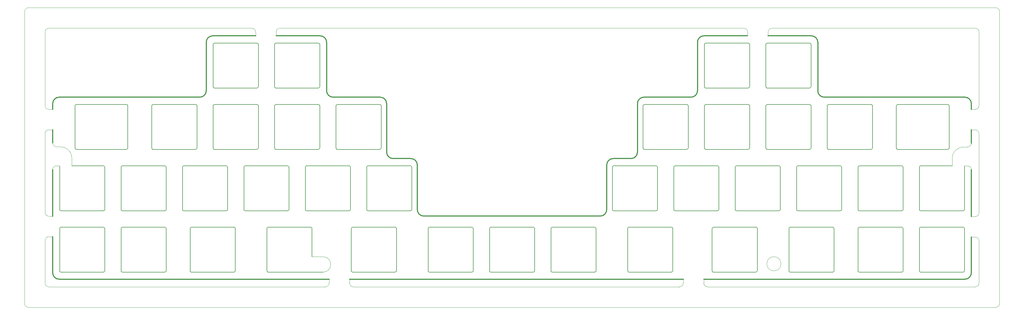
<source format=gm1>
G04 #@! TF.GenerationSoftware,KiCad,Pcbnew,7.0.1-0*
G04 #@! TF.CreationDate,2023-04-15T21:15:36+09:00*
G04 #@! TF.ProjectId,Sandy_Plate_Base,53616e64-795f-4506-9c61-74655f426173,v.0*
G04 #@! TF.SameCoordinates,Original*
G04 #@! TF.FileFunction,Profile,NP*
%FSLAX46Y46*%
G04 Gerber Fmt 4.6, Leading zero omitted, Abs format (unit mm)*
G04 Created by KiCad (PCBNEW 7.0.1-0) date 2023-04-15 21:15:36*
%MOMM*%
%LPD*%
G01*
G04 APERTURE LIST*
G04 #@! TA.AperFunction,Profile*
%ADD10C,0.120000*%
G04 #@! TD*
G04 #@! TA.AperFunction,Profile*
%ADD11C,0.100000*%
G04 #@! TD*
G04 #@! TA.AperFunction,Profile*
%ADD12C,0.300000*%
G04 #@! TD*
G04 #@! TA.AperFunction,Profile*
%ADD13C,0.200000*%
G04 #@! TD*
%ADD14C,0.200000*%
G04 APERTURE END LIST*
D10*
X8755309Y-113665905D02*
X8756720Y-120015905D01*
D11*
X8755309Y-113665905D02*
X8769220Y-29384655D01*
X15091095Y-58562655D02*
X15105309Y-36925280D01*
D10*
X15105309Y-35734655D02*
X15105309Y-36925280D01*
D11*
X15105309Y-91742796D02*
X15091095Y-67293905D01*
X15105309Y-112475280D02*
X15105309Y-100474046D01*
D10*
X15106720Y-113665905D02*
X15106720Y-112475280D01*
X16281720Y-59753280D02*
X17472345Y-59753280D01*
X16281720Y-66103280D02*
X17472345Y-66103280D01*
X16295934Y-34544030D02*
X79244223Y-34544027D01*
X16295934Y-92933421D02*
X17486559Y-92933421D01*
X16295934Y-99283421D02*
X17486559Y-99283421D01*
X16297345Y-114856530D02*
X102031720Y-114856530D01*
D12*
X17472345Y-59753280D02*
X17472345Y-57975280D01*
X17472345Y-70194030D02*
X17472345Y-66103280D01*
X17472345Y-110475280D02*
X17486559Y-99283421D01*
X17486559Y-92933421D02*
X17472345Y-78442867D01*
D10*
X18662970Y-71384655D02*
X19853595Y-71384655D01*
X18662970Y-77252242D02*
X19647464Y-77252242D01*
D12*
X19472345Y-55975280D02*
X63109845Y-55975280D01*
D13*
X19647393Y-96800406D02*
X19647393Y-109800234D01*
X19647464Y-77252242D02*
X19647393Y-90750234D01*
X20147278Y-91250473D02*
X33147460Y-91250473D01*
X20147278Y-110300473D02*
X33147460Y-110300473D01*
D10*
X23425470Y-74956530D02*
X23425470Y-77250169D01*
D13*
X24409845Y-58700406D02*
X24409845Y-71700234D01*
X24909730Y-72200471D02*
X40291210Y-72200473D01*
X33147460Y-77250169D02*
X23425470Y-77250169D01*
X33147460Y-96300169D02*
X20147278Y-96300169D01*
X33647345Y-90750234D02*
X33647345Y-77750406D01*
X33647345Y-109800234D02*
X33647345Y-96800406D01*
X38697393Y-77750406D02*
X38697393Y-90750234D01*
X38697393Y-96800406D02*
X38697393Y-109800234D01*
X39197278Y-91250473D02*
X52197460Y-91250473D01*
X39197278Y-110300473D02*
X52197460Y-110300473D01*
X40291210Y-58200169D02*
X24909730Y-58200167D01*
X40791095Y-71700234D02*
X40791095Y-58700406D01*
X48222393Y-58700406D02*
X48222393Y-71700234D01*
X48722278Y-72200473D02*
X61722460Y-72200473D01*
X52197460Y-77250169D02*
X39197278Y-77250169D01*
X52197460Y-96300169D02*
X39197278Y-96300169D01*
X52697345Y-90750234D02*
X52697345Y-77750406D01*
X52697345Y-109800234D02*
X52697345Y-96800406D01*
X57747393Y-77750406D02*
X57747393Y-90750234D01*
X58247278Y-91250473D02*
X71247460Y-91250473D01*
X60128643Y-96800406D02*
X60128643Y-109800234D01*
X60628528Y-110300473D02*
X73628710Y-110300473D01*
X61722460Y-58200169D02*
X48722278Y-58200169D01*
X62222345Y-71700234D02*
X62222345Y-58700406D01*
D12*
X65109845Y-38925280D02*
X65109845Y-53975280D01*
X67109845Y-36925280D02*
X80434848Y-36925277D01*
D13*
X67272393Y-39650406D02*
X67272393Y-52650234D01*
X67272393Y-58700406D02*
X67272393Y-71700234D01*
X67772278Y-53150473D02*
X80772460Y-53150473D01*
X67772278Y-72200473D02*
X80772460Y-72200473D01*
X71247460Y-77250169D02*
X58247278Y-77250169D01*
X71747345Y-90750234D02*
X71747345Y-77750406D01*
X73628710Y-96300169D02*
X60628528Y-96300169D01*
X74128595Y-109800234D02*
X74128595Y-96800406D01*
X76797393Y-77750406D02*
X76797393Y-90750234D01*
X77297278Y-91250473D02*
X90297460Y-91250473D01*
D10*
X80434848Y-35734652D02*
X80434848Y-36925277D01*
D13*
X80772460Y-39150169D02*
X67772278Y-39150169D01*
X80772460Y-58200169D02*
X67772278Y-58200169D01*
X81272345Y-52650234D02*
X81272345Y-39650406D01*
X81272345Y-71700234D02*
X81272345Y-58700406D01*
X83941143Y-96800406D02*
X83941143Y-109800234D01*
X84441028Y-110300473D02*
X101327345Y-110300473D01*
X86322393Y-39650406D02*
X86322393Y-52650234D01*
X86322393Y-58700406D02*
X86322393Y-71700234D01*
D10*
X86784848Y-35734652D02*
X86784848Y-36925277D01*
D12*
X86784848Y-36925277D02*
X100447345Y-36925280D01*
D13*
X86822278Y-53150473D02*
X99822460Y-53150473D01*
X86822278Y-72200473D02*
X99822460Y-72200473D01*
D10*
X87975473Y-34544027D02*
X231881870Y-34544030D01*
D13*
X90297460Y-77250169D02*
X77297278Y-77250169D01*
X90797345Y-90750234D02*
X90797345Y-77750406D01*
X95847393Y-77750406D02*
X95847393Y-90750234D01*
X96347278Y-91250473D02*
X109347460Y-91250473D01*
X97441210Y-96300169D02*
X84441028Y-96300169D01*
X97941095Y-105500035D02*
X97941095Y-96800406D01*
X99822460Y-39150169D02*
X86822278Y-39150169D01*
X99822460Y-58200169D02*
X86822278Y-58200169D01*
X100322345Y-52650234D02*
X100322345Y-39650406D01*
X100322345Y-71700234D02*
X100322345Y-58700406D01*
D10*
X101327345Y-105500035D02*
X97941095Y-105500035D01*
D12*
X102447345Y-38925280D02*
X102447345Y-53975280D01*
X103222345Y-112475280D02*
X19472345Y-112475280D01*
D10*
X103222345Y-113665905D02*
X103222345Y-112475280D01*
D12*
X104447345Y-55975280D02*
X119069220Y-55975280D01*
D13*
X105372393Y-58700406D02*
X105372393Y-71700234D01*
X105872278Y-72200473D02*
X118872460Y-72200473D01*
X109347460Y-77250169D02*
X96347278Y-77250169D01*
D10*
X109572345Y-113665905D02*
X109572345Y-112475280D01*
D13*
X109847345Y-90750234D02*
X109847345Y-77750406D01*
X110134845Y-96800253D02*
X110134845Y-109800081D01*
X110634730Y-110300320D02*
X123634912Y-110300320D01*
D10*
X110762970Y-114856530D02*
X211918595Y-114846016D01*
D13*
X114897393Y-77750406D02*
X114897393Y-90750234D01*
X115397278Y-91250473D02*
X128397460Y-91250473D01*
X118872460Y-58200169D02*
X105872278Y-58200169D01*
X119372345Y-71700234D02*
X119372345Y-58700406D01*
D12*
X121069220Y-57975280D02*
X121069220Y-73025280D01*
X123069220Y-75025280D02*
X128594220Y-75025280D01*
D13*
X123634912Y-96300016D02*
X110634730Y-96300016D01*
X124134797Y-109800081D02*
X124134797Y-96800253D01*
X128397460Y-77250169D02*
X115397278Y-77250169D01*
X128897345Y-90750234D02*
X128897345Y-77750406D01*
D12*
X130594220Y-77025280D02*
X130594220Y-90884655D01*
D13*
X133947393Y-96800406D02*
X133947393Y-109800234D01*
X134447278Y-110300473D02*
X147447460Y-110300473D01*
X147447460Y-96300169D02*
X134447278Y-96300169D01*
X147947345Y-109800234D02*
X147947345Y-96800406D01*
X152997393Y-96800406D02*
X152997393Y-109800234D01*
X153497278Y-110300473D02*
X166497460Y-110300473D01*
X166497460Y-96300169D02*
X153497278Y-96300169D01*
X166997345Y-109800234D02*
X166997345Y-96800406D01*
X172047393Y-96800406D02*
X172047393Y-109800234D01*
X172547278Y-110300473D02*
X185547460Y-110300473D01*
X185547460Y-96300169D02*
X172547278Y-96300169D01*
X186047345Y-109800234D02*
X186047345Y-96800406D01*
D12*
X187350470Y-92884655D02*
X132594220Y-92884655D01*
X189350470Y-77025280D02*
X189350470Y-90884655D01*
D13*
X191097393Y-77750406D02*
X191097393Y-90750234D01*
X191597278Y-91250473D02*
X204597460Y-91250473D01*
X195859845Y-96800253D02*
X195859845Y-109800081D01*
X196359730Y-110300320D02*
X209359912Y-110300320D01*
D12*
X196875470Y-75025280D02*
X191350470Y-75025280D01*
X198875470Y-57975280D02*
X198875470Y-73025280D01*
D13*
X200622393Y-58700406D02*
X200622393Y-71700234D01*
X201122278Y-72200473D02*
X214122460Y-72200473D01*
X204597460Y-77250169D02*
X191597278Y-77250169D01*
X205097345Y-90750234D02*
X205097345Y-77750406D01*
X209359912Y-96300016D02*
X196359730Y-96300016D01*
X209859797Y-109800081D02*
X209859797Y-96800253D01*
X210147393Y-77750406D02*
X210147393Y-90750234D01*
X210647278Y-91250473D02*
X223647460Y-91250473D01*
D12*
X213109220Y-112464766D02*
X109572345Y-112475280D01*
D10*
X213109220Y-113655391D02*
X213109220Y-112464766D01*
D13*
X214122460Y-58200169D02*
X201122278Y-58200169D01*
X214622345Y-71700234D02*
X214622345Y-58700406D01*
D12*
X215497345Y-55975280D02*
X200875470Y-55975280D01*
X217497345Y-38925280D02*
X217497345Y-53975280D01*
D10*
X219459220Y-113655391D02*
X219459220Y-112464766D01*
D13*
X219672393Y-39650406D02*
X219672393Y-52650234D01*
X219672393Y-58700406D02*
X219672393Y-71700234D01*
X220172278Y-53150473D02*
X233172460Y-53150473D01*
X220172278Y-72200473D02*
X233172460Y-72200473D01*
D10*
X220649845Y-114846016D02*
X303662970Y-114856530D01*
D13*
X222053643Y-96800406D02*
X222053643Y-109800234D01*
X222553528Y-110300473D02*
X235553710Y-110300473D01*
X223647460Y-77250169D02*
X210647278Y-77250169D01*
X224147345Y-90750234D02*
X224147345Y-77750406D01*
X229197393Y-77750406D02*
X229197393Y-90750234D01*
X229697278Y-91250473D02*
X242697460Y-91250473D01*
D10*
X233072495Y-35734655D02*
X233072495Y-36925280D01*
D12*
X233072495Y-36925280D02*
X219497345Y-36925280D01*
D13*
X233172460Y-39150169D02*
X220172278Y-39150169D01*
X233172460Y-58200169D02*
X220172278Y-58200169D01*
X233672345Y-52650234D02*
X233672345Y-39650406D01*
X233672345Y-71700234D02*
X233672345Y-58700406D01*
X235553710Y-96300169D02*
X222553528Y-96300169D01*
X236053595Y-109800234D02*
X236053595Y-96800406D01*
X238722393Y-39650406D02*
X238722393Y-52650234D01*
X238722393Y-58700406D02*
X238722393Y-71700234D01*
X239222278Y-53150473D02*
X252222460Y-53150473D01*
X239222278Y-72200473D02*
X252222460Y-72200473D01*
D10*
X239422495Y-35734655D02*
X239422495Y-36925280D01*
X240613120Y-34544030D02*
X303662970Y-34544030D01*
D13*
X242697460Y-77250169D02*
X229697278Y-77250169D01*
X243197345Y-90750234D02*
X243197345Y-77750406D01*
X245866143Y-96800406D02*
X245866143Y-109800234D01*
X246366028Y-110300473D02*
X259366210Y-110300473D01*
X248247393Y-77750406D02*
X248247393Y-90750234D01*
X248747278Y-91250473D02*
X261747460Y-91250473D01*
X252222460Y-39150169D02*
X239222278Y-39150169D01*
X252222460Y-58200169D02*
X239222278Y-58200169D01*
X252722345Y-52650234D02*
X252722345Y-39650406D01*
X252722345Y-71700234D02*
X252722345Y-58700406D01*
D12*
X252834845Y-36925280D02*
X239422495Y-36925280D01*
X254834845Y-38925280D02*
X254834845Y-53975280D01*
D13*
X257772393Y-58700406D02*
X257772393Y-71700234D01*
X258272278Y-72200473D02*
X271272460Y-72200473D01*
X259366210Y-96300169D02*
X246366028Y-96300169D01*
X259866095Y-109800234D02*
X259866095Y-96800406D01*
X261747460Y-77250169D02*
X248747278Y-77250169D01*
X262247345Y-90750234D02*
X262247345Y-77750406D01*
X267297393Y-77750406D02*
X267297393Y-90750234D01*
X267297393Y-96800406D02*
X267297393Y-109800234D01*
X267797278Y-91250473D02*
X280797460Y-91250473D01*
X267797278Y-110300473D02*
X280797460Y-110300473D01*
X271272460Y-58200169D02*
X258272278Y-58200169D01*
X271772345Y-71700234D02*
X271772345Y-58700406D01*
X279203643Y-58700406D02*
X279203643Y-71700234D01*
X279703528Y-72200473D02*
X295084912Y-72200471D01*
X280797460Y-77250169D02*
X267797278Y-77250169D01*
X280797460Y-96300169D02*
X267797278Y-96300169D01*
X281297345Y-90750234D02*
X281297345Y-77750406D01*
X281297345Y-109800234D02*
X281297345Y-96800406D01*
X286347393Y-77750406D02*
X286347393Y-90750234D01*
X286347393Y-96800406D02*
X286347393Y-109800234D01*
X286847278Y-91250473D02*
X299847460Y-91250473D01*
X286847278Y-110300473D02*
X299847460Y-110300473D01*
X295084912Y-58200167D02*
X279703528Y-58200169D01*
X295584797Y-71700234D02*
X295584797Y-58700406D01*
D10*
X296519220Y-75011818D02*
X296519220Y-77250320D01*
D13*
X296519220Y-77250320D02*
X286847278Y-77250169D01*
X299847460Y-96300169D02*
X286847278Y-96300169D01*
X300347345Y-90750234D02*
X300347345Y-77307530D01*
X300347345Y-109800234D02*
X300347345Y-96800406D01*
D12*
X300472345Y-55975280D02*
X256834845Y-55975280D01*
X300472345Y-112475280D02*
X219459220Y-112464766D01*
D10*
X301281720Y-71439943D02*
X300091095Y-71439943D01*
X301281720Y-77307530D02*
X300347345Y-77307530D01*
D12*
X302472345Y-59753280D02*
X302472345Y-57975280D01*
X302472345Y-70249318D02*
X302472345Y-66103280D01*
X302472345Y-78498155D02*
X302472345Y-93029714D01*
X302472345Y-99379714D02*
X302472345Y-110475280D01*
D10*
X303662970Y-59753280D02*
X302472345Y-59753280D01*
X303662970Y-66103280D02*
X302472345Y-66103280D01*
X303662970Y-93029714D02*
X302472345Y-93029714D01*
X303662970Y-99379714D02*
X302472345Y-99379714D01*
X304853595Y-35734655D02*
X304853595Y-36925280D01*
D11*
X304853595Y-58562655D02*
X304853595Y-36925280D01*
X304853595Y-91839089D02*
X304853595Y-67293905D01*
X304853595Y-112475280D02*
X304853595Y-100570339D01*
D10*
X304853595Y-113665905D02*
X304853595Y-112475280D01*
X310012970Y-28194030D02*
X9959845Y-28194030D01*
X310012970Y-121206530D02*
X9945934Y-121206530D01*
X311203595Y-36925280D02*
X311203595Y-29384655D01*
D11*
X311203595Y-36925280D02*
X311203595Y-112475280D01*
D10*
X311203595Y-112475280D02*
X311203595Y-120015905D01*
X9959845Y-28194030D02*
G75*
G03*
X8769220Y-29384655I0J-1190625D01*
G01*
X8756720Y-120015905D02*
G75*
G03*
X9947345Y-121206530I1190625J0D01*
G01*
X16281720Y-66103280D02*
G75*
G03*
X15091095Y-67293905I0J-1190625D01*
G01*
X16295934Y-34544030D02*
G75*
G03*
X15105309Y-35734655I0J-1190625D01*
G01*
X16295934Y-99283421D02*
G75*
G03*
X15105309Y-100474046I0J-1190625D01*
G01*
X15091095Y-58562655D02*
G75*
G03*
X16281720Y-59753280I1190625J0D01*
G01*
X15105309Y-91742796D02*
G75*
G03*
X16295934Y-92933421I1190625J0D01*
G01*
X15106720Y-113665905D02*
G75*
G03*
X16297345Y-114856530I1190581J-44D01*
G01*
D12*
X19472345Y-55975280D02*
G75*
G03*
X17472345Y-57975280I2J-2000002D01*
G01*
D10*
X18662970Y-77252242D02*
G75*
G03*
X17472345Y-78442867I0J-1190625D01*
G01*
X17472345Y-70194030D02*
G75*
G03*
X18662970Y-71384655I1190625J0D01*
G01*
D12*
X17472345Y-110475280D02*
G75*
G03*
X19472345Y-112475280I1999999J-1D01*
G01*
D10*
X23425470Y-74956530D02*
G75*
G03*
X19853595Y-71384655I-3571875J0D01*
G01*
D12*
X67109845Y-36925280D02*
G75*
G03*
X65109845Y-38925280I2J-2000002D01*
G01*
X63109845Y-55975280D02*
G75*
G03*
X65109845Y-53975280I-2J2000002D01*
G01*
D10*
X80434848Y-35734652D02*
G75*
G03*
X79244223Y-34544027I-1190622J3D01*
G01*
X87975473Y-34544027D02*
G75*
G03*
X86784848Y-35734652I3J-1190628D01*
G01*
D12*
X102447345Y-38925280D02*
G75*
G03*
X100447345Y-36925280I-2000002J-2D01*
G01*
D10*
X101327345Y-110300911D02*
G75*
G03*
X101327345Y-105500035I0J2400438D01*
G01*
X102031720Y-114856530D02*
G75*
G03*
X103222345Y-113665905I-3J1190628D01*
G01*
D12*
X102447345Y-53975280D02*
G75*
G03*
X104447345Y-55975280I2000002J2D01*
G01*
D10*
X109572345Y-113665905D02*
G75*
G03*
X110762970Y-114856530I1190622J-3D01*
G01*
D12*
X121069220Y-57975280D02*
G75*
G03*
X119069220Y-55975280I-2000002J-2D01*
G01*
X121069220Y-73025280D02*
G75*
G03*
X123069220Y-75025280I2000002J2D01*
G01*
X130594220Y-77025280D02*
G75*
G03*
X128594220Y-75025280I-2000002J-2D01*
G01*
X130594220Y-90884655D02*
G75*
G03*
X132594220Y-92884655I2000002J2D01*
G01*
X191350470Y-75025275D02*
G75*
G03*
X189350470Y-77025280I5J-2000005D01*
G01*
X187350470Y-92884655D02*
G75*
G03*
X189350470Y-90884655I5J1999995D01*
G01*
X200875470Y-55975275D02*
G75*
G03*
X198875470Y-57975280I5J-2000005D01*
G01*
X196875470Y-75025285D02*
G75*
G03*
X198875470Y-73025280I-5J2000005D01*
G01*
D10*
X211918595Y-114845995D02*
G75*
G03*
X213109220Y-113655391I50J1190575D01*
G01*
D12*
X219497345Y-36925280D02*
G75*
G03*
X217497345Y-38925280I0J-2000000D01*
G01*
X215497345Y-55975280D02*
G75*
G03*
X217497345Y-53975280I0J2000000D01*
G01*
D10*
X219459249Y-113655391D02*
G75*
G03*
X220649845Y-114846016I1190596J-29D01*
G01*
X233072535Y-35734655D02*
G75*
G03*
X231881870Y-34544030I-1190690J-65D01*
G01*
X240613120Y-34544070D02*
G75*
G03*
X239422495Y-35734655I-75J-1190550D01*
G01*
D12*
X254834885Y-38925280D02*
G75*
G03*
X252834845Y-36925280I-2000040J-40D01*
G01*
X254834885Y-53975280D02*
G75*
G03*
X256834845Y-55975280I1999960J-40D01*
G01*
D10*
X300091095Y-71439895D02*
G75*
G03*
X296519220Y-75011818I50J-3571925D01*
G01*
D12*
X302472385Y-57975280D02*
G75*
G03*
X300472345Y-55975280I-2000040J-40D01*
G01*
D10*
X302472335Y-78498155D02*
G75*
G03*
X301281720Y-77307530I-1190590J35D01*
G01*
X301281720Y-71439920D02*
G75*
G03*
X302472345Y-70249318I25J1190600D01*
G01*
D12*
X300472345Y-112475320D02*
G75*
G03*
X302472345Y-110475280I0J2000000D01*
G01*
D10*
X304853635Y-35734655D02*
G75*
G03*
X303662970Y-34544030I-1190690J-65D01*
G01*
X304853585Y-67293905D02*
G75*
G03*
X303662970Y-66103280I-1190640J-15D01*
G01*
X304853551Y-100570339D02*
G75*
G03*
X303662970Y-99379714I-1190606J19D01*
G01*
X303662970Y-59753270D02*
G75*
G03*
X304853595Y-58562655I-25J1190650D01*
G01*
X303662970Y-93029670D02*
G75*
G03*
X304853595Y-91839089I-125J1190750D01*
G01*
X303662970Y-114856470D02*
G75*
G03*
X304853595Y-113665905I75J1190550D01*
G01*
X311203635Y-29384655D02*
G75*
G03*
X310012970Y-28194030I-1190690J-65D01*
G01*
X310012970Y-121206470D02*
G75*
G03*
X311203595Y-120015905I75J1190550D01*
G01*
X243417476Y-107700280D02*
G75*
G03*
X243417476Y-107700280I-2200131J0D01*
G01*
D14*
X19647393Y-90750234D02*
X19697023Y-90966317D01*
X19830123Y-91135656D01*
X20023006Y-91234612D01*
X20147278Y-91250473D01*
X19647393Y-109800234D02*
X19697023Y-110016317D01*
X19830123Y-110185656D01*
X20023006Y-110284612D01*
X20147278Y-110300473D01*
X20147278Y-96300169D02*
X19931416Y-96349807D01*
X19762179Y-96482961D01*
X19663252Y-96675994D01*
X19647393Y-96800406D01*
X24409845Y-71700234D02*
X24459475Y-71916317D01*
X24592575Y-72085655D01*
X24785458Y-72184610D01*
X24909730Y-72200471D01*
X24909730Y-58200167D02*
X24693868Y-58249805D01*
X24524631Y-58382961D01*
X24425704Y-58575993D01*
X24409845Y-58700406D01*
X33147460Y-91250473D02*
X33363321Y-91200834D01*
X33532558Y-91067678D01*
X33631485Y-90874646D01*
X33647345Y-90750234D01*
X33147460Y-110300473D02*
X33363321Y-110250834D01*
X33532558Y-110117678D01*
X33631485Y-109924646D01*
X33647345Y-109800234D01*
X33647345Y-77750406D02*
X33597714Y-77534322D01*
X33464614Y-77364984D01*
X33271731Y-77266029D01*
X33147460Y-77250169D01*
X33647345Y-96800406D02*
X33597714Y-96584322D01*
X33464614Y-96414984D01*
X33271731Y-96316029D01*
X33147460Y-96300169D01*
X38697393Y-90750234D02*
X38747023Y-90966317D01*
X38880123Y-91135656D01*
X39073006Y-91234612D01*
X39197278Y-91250473D01*
X38697393Y-109800234D02*
X38747023Y-110016317D01*
X38880123Y-110185656D01*
X39073006Y-110284612D01*
X39197278Y-110300473D01*
X39197278Y-77250169D02*
X38981416Y-77299807D01*
X38812179Y-77432961D01*
X38713252Y-77625994D01*
X38697393Y-77750406D01*
X39197278Y-96300169D02*
X38981416Y-96349807D01*
X38812179Y-96482961D01*
X38713252Y-96675994D01*
X38697393Y-96800406D01*
X40291210Y-72200473D02*
X40507071Y-72150834D01*
X40676308Y-72017678D01*
X40775235Y-71824646D01*
X40791095Y-71700234D01*
X40791095Y-58700406D02*
X40741464Y-58484322D01*
X40608364Y-58314984D01*
X40415481Y-58216029D01*
X40291210Y-58200169D01*
X48222393Y-71700234D02*
X48272023Y-71916317D01*
X48405123Y-72085656D01*
X48598006Y-72184612D01*
X48722278Y-72200473D01*
X48722278Y-58200169D02*
X48506416Y-58249807D01*
X48337179Y-58382961D01*
X48238252Y-58575994D01*
X48222393Y-58700406D01*
X52197460Y-91250473D02*
X52413321Y-91200834D01*
X52582558Y-91067678D01*
X52681485Y-90874646D01*
X52697345Y-90750234D01*
X52197460Y-110300473D02*
X52413321Y-110250834D01*
X52582558Y-110117678D01*
X52681485Y-109924646D01*
X52697345Y-109800234D01*
X52697345Y-77750406D02*
X52647714Y-77534322D01*
X52514614Y-77364984D01*
X52321731Y-77266029D01*
X52197460Y-77250169D01*
X52697345Y-96800406D02*
X52647714Y-96584322D01*
X52514614Y-96414984D01*
X52321731Y-96316029D01*
X52197460Y-96300169D01*
X57747393Y-90750234D02*
X57797023Y-90966317D01*
X57930123Y-91135656D01*
X58123006Y-91234612D01*
X58247278Y-91250473D01*
X58247278Y-77250169D02*
X58031416Y-77299807D01*
X57862179Y-77432961D01*
X57763252Y-77625994D01*
X57747393Y-77750406D01*
X60128643Y-109800234D02*
X60178273Y-110016317D01*
X60311373Y-110185656D01*
X60504256Y-110284612D01*
X60628528Y-110300473D01*
X60628528Y-96300169D02*
X60412666Y-96349807D01*
X60243429Y-96482961D01*
X60144502Y-96675994D01*
X60128643Y-96800406D01*
X61722460Y-72200473D02*
X61938321Y-72150834D01*
X62107558Y-72017678D01*
X62206485Y-71824646D01*
X62222345Y-71700234D01*
X62222345Y-58700406D02*
X62172714Y-58484322D01*
X62039614Y-58314984D01*
X61846731Y-58216029D01*
X61722460Y-58200169D01*
X67272393Y-52650234D02*
X67322023Y-52866317D01*
X67455123Y-53035656D01*
X67648006Y-53134612D01*
X67772278Y-53150473D01*
X67272393Y-71700234D02*
X67322023Y-71916317D01*
X67455123Y-72085656D01*
X67648006Y-72184612D01*
X67772278Y-72200473D01*
X67772278Y-39150169D02*
X67556416Y-39199807D01*
X67387179Y-39332961D01*
X67288252Y-39525994D01*
X67272393Y-39650406D01*
X67772278Y-58200169D02*
X67556416Y-58249807D01*
X67387179Y-58382961D01*
X67288252Y-58575994D01*
X67272393Y-58700406D01*
X71247460Y-91250473D02*
X71463321Y-91200834D01*
X71632558Y-91067678D01*
X71731485Y-90874646D01*
X71747345Y-90750234D01*
X71747345Y-77750406D02*
X71697714Y-77534322D01*
X71564614Y-77364984D01*
X71371731Y-77266029D01*
X71247460Y-77250169D01*
X73628710Y-110300473D02*
X73844571Y-110250834D01*
X74013808Y-110117678D01*
X74112735Y-109924646D01*
X74128595Y-109800234D01*
X74128595Y-96800406D02*
X74078964Y-96584322D01*
X73945864Y-96414984D01*
X73752981Y-96316029D01*
X73628710Y-96300169D01*
X76797393Y-90750234D02*
X76847023Y-90966317D01*
X76980123Y-91135656D01*
X77173006Y-91234612D01*
X77297278Y-91250473D01*
X77297278Y-77250169D02*
X77081416Y-77299807D01*
X76912179Y-77432961D01*
X76813252Y-77625994D01*
X76797393Y-77750406D01*
X80772460Y-53150473D02*
X80988321Y-53100834D01*
X81157558Y-52967678D01*
X81256485Y-52774646D01*
X81272345Y-52650234D01*
X80772460Y-72200473D02*
X80988321Y-72150834D01*
X81157558Y-72017678D01*
X81256485Y-71824646D01*
X81272345Y-71700234D01*
X81272345Y-39650406D02*
X81222714Y-39434322D01*
X81089614Y-39264984D01*
X80896731Y-39166029D01*
X80772460Y-39150169D01*
X81272345Y-58700406D02*
X81222714Y-58484322D01*
X81089614Y-58314984D01*
X80896731Y-58216029D01*
X80772460Y-58200169D01*
X83941143Y-109800234D02*
X83990773Y-110016317D01*
X84123873Y-110185656D01*
X84316756Y-110284612D01*
X84441028Y-110300473D01*
X84441028Y-96300169D02*
X84225166Y-96349807D01*
X84055929Y-96482961D01*
X83957002Y-96675994D01*
X83941143Y-96800406D01*
X86322393Y-52650234D02*
X86372023Y-52866317D01*
X86505123Y-53035656D01*
X86698006Y-53134612D01*
X86822278Y-53150473D01*
X86322393Y-71700234D02*
X86372023Y-71916317D01*
X86505123Y-72085656D01*
X86698006Y-72184612D01*
X86822278Y-72200473D01*
X86822278Y-39150169D02*
X86606416Y-39199807D01*
X86437179Y-39332961D01*
X86338252Y-39525994D01*
X86322393Y-39650406D01*
X86822278Y-58200169D02*
X86606416Y-58249807D01*
X86437179Y-58382961D01*
X86338252Y-58575994D01*
X86322393Y-58700406D01*
X90297460Y-91250473D02*
X90513321Y-91200834D01*
X90682558Y-91067678D01*
X90781485Y-90874646D01*
X90797345Y-90750234D01*
X90797345Y-77750406D02*
X90747714Y-77534322D01*
X90614614Y-77364984D01*
X90421731Y-77266029D01*
X90297460Y-77250169D01*
X95847393Y-90750234D02*
X95897023Y-90966317D01*
X96030123Y-91135656D01*
X96223006Y-91234612D01*
X96347278Y-91250473D01*
X96347278Y-77250169D02*
X96131416Y-77299807D01*
X95962179Y-77432961D01*
X95863252Y-77625994D01*
X95847393Y-77750406D01*
X97941095Y-96800406D02*
X97891464Y-96584322D01*
X97758364Y-96414984D01*
X97565481Y-96316029D01*
X97441210Y-96300169D01*
X99822460Y-53150473D02*
X100038321Y-53100834D01*
X100207558Y-52967678D01*
X100306485Y-52774646D01*
X100322345Y-52650234D01*
X99822460Y-72200473D02*
X100038321Y-72150834D01*
X100207558Y-72017678D01*
X100306485Y-71824646D01*
X100322345Y-71700234D01*
X100322345Y-39650406D02*
X100272714Y-39434322D01*
X100139614Y-39264984D01*
X99946731Y-39166029D01*
X99822460Y-39150169D01*
X100322345Y-58700406D02*
X100272714Y-58484322D01*
X100139614Y-58314984D01*
X99946731Y-58216029D01*
X99822460Y-58200169D01*
X105372393Y-71700234D02*
X105422023Y-71916317D01*
X105555123Y-72085656D01*
X105748006Y-72184612D01*
X105872278Y-72200473D01*
X105872278Y-58200169D02*
X105656416Y-58249807D01*
X105487179Y-58382961D01*
X105388252Y-58575994D01*
X105372393Y-58700406D01*
X109347460Y-91250473D02*
X109563321Y-91200834D01*
X109732558Y-91067678D01*
X109831485Y-90874646D01*
X109847345Y-90750234D01*
X109847345Y-77750406D02*
X109797714Y-77534322D01*
X109664614Y-77364984D01*
X109471731Y-77266029D01*
X109347460Y-77250169D01*
X110134845Y-109800081D02*
X110184475Y-110016164D01*
X110317575Y-110185503D01*
X110510458Y-110284459D01*
X110634730Y-110300320D01*
X110634730Y-96300016D02*
X110418868Y-96349654D01*
X110249631Y-96482808D01*
X110150704Y-96675841D01*
X110134845Y-96800253D01*
X114897393Y-90750234D02*
X114947023Y-90966317D01*
X115080123Y-91135656D01*
X115273006Y-91234612D01*
X115397278Y-91250473D01*
X115397278Y-77250169D02*
X115181416Y-77299807D01*
X115012179Y-77432961D01*
X114913252Y-77625994D01*
X114897393Y-77750406D01*
X118872460Y-72200473D02*
X119088321Y-72150834D01*
X119257558Y-72017678D01*
X119356485Y-71824646D01*
X119372345Y-71700234D01*
X119372345Y-58700406D02*
X119322714Y-58484322D01*
X119189614Y-58314984D01*
X118996731Y-58216029D01*
X118872460Y-58200169D01*
X123634912Y-110300320D02*
X123850773Y-110250681D01*
X124020010Y-110117525D01*
X124118937Y-109924493D01*
X124134797Y-109800081D01*
X124134797Y-96800253D02*
X124085166Y-96584169D01*
X123952066Y-96414831D01*
X123759183Y-96315876D01*
X123634912Y-96300016D01*
X128397460Y-91250473D02*
X128613321Y-91200834D01*
X128782558Y-91067678D01*
X128881485Y-90874646D01*
X128897345Y-90750234D01*
X128897345Y-77750406D02*
X128847714Y-77534322D01*
X128714614Y-77364984D01*
X128521731Y-77266029D01*
X128397460Y-77250169D01*
X133947393Y-109800234D02*
X133997023Y-110016317D01*
X134130123Y-110185656D01*
X134323006Y-110284612D01*
X134447278Y-110300473D01*
X134447278Y-96300169D02*
X134231416Y-96349807D01*
X134062179Y-96482961D01*
X133963252Y-96675994D01*
X133947393Y-96800406D01*
X147447460Y-110300473D02*
X147663321Y-110250834D01*
X147832558Y-110117678D01*
X147931485Y-109924646D01*
X147947345Y-109800234D01*
X147947345Y-96800406D02*
X147897714Y-96584322D01*
X147764614Y-96414984D01*
X147571731Y-96316029D01*
X147447460Y-96300169D01*
X152997393Y-109800234D02*
X153047023Y-110016317D01*
X153180123Y-110185656D01*
X153373006Y-110284612D01*
X153497278Y-110300473D01*
X153497278Y-96300169D02*
X153281416Y-96349807D01*
X153112179Y-96482961D01*
X153013252Y-96675994D01*
X152997393Y-96800406D01*
X166497460Y-110300473D02*
X166713321Y-110250834D01*
X166882558Y-110117678D01*
X166981485Y-109924646D01*
X166997345Y-109800234D01*
X166997345Y-96800406D02*
X166947714Y-96584322D01*
X166814614Y-96414984D01*
X166621731Y-96316029D01*
X166497460Y-96300169D01*
X172047393Y-109800234D02*
X172097023Y-110016317D01*
X172230123Y-110185656D01*
X172423006Y-110284612D01*
X172547278Y-110300473D01*
X172547278Y-96300169D02*
X172331416Y-96349807D01*
X172162179Y-96482961D01*
X172063252Y-96675994D01*
X172047393Y-96800406D01*
X185547460Y-110300473D02*
X185763321Y-110250834D01*
X185932558Y-110117678D01*
X186031485Y-109924646D01*
X186047345Y-109800234D01*
X186047345Y-96800406D02*
X185997714Y-96584322D01*
X185864614Y-96414984D01*
X185671731Y-96316029D01*
X185547460Y-96300169D01*
X191097393Y-90750234D02*
X191147023Y-90966317D01*
X191280123Y-91135656D01*
X191473006Y-91234612D01*
X191597278Y-91250473D01*
X191597278Y-77250169D02*
X191381416Y-77299807D01*
X191212179Y-77432961D01*
X191113252Y-77625994D01*
X191097393Y-77750406D01*
X195859845Y-109800081D02*
X195909475Y-110016164D01*
X196042575Y-110185503D01*
X196235458Y-110284459D01*
X196359730Y-110300320D01*
X196359730Y-96300016D02*
X196143868Y-96349654D01*
X195974631Y-96482808D01*
X195875704Y-96675841D01*
X195859845Y-96800253D01*
X200622393Y-71700234D02*
X200672023Y-71916317D01*
X200805123Y-72085656D01*
X200998006Y-72184612D01*
X201122278Y-72200473D01*
X201122278Y-58200169D02*
X200906416Y-58249807D01*
X200737179Y-58382961D01*
X200638252Y-58575994D01*
X200622393Y-58700406D01*
X204597460Y-91250473D02*
X204813321Y-91200834D01*
X204982558Y-91067678D01*
X205081485Y-90874646D01*
X205097345Y-90750234D01*
X205097345Y-77750406D02*
X205047714Y-77534322D01*
X204914614Y-77364984D01*
X204721731Y-77266029D01*
X204597460Y-77250169D01*
X209359912Y-110300320D02*
X209575773Y-110250681D01*
X209745010Y-110117525D01*
X209843937Y-109924493D01*
X209859797Y-109800081D01*
X209859797Y-96800253D02*
X209810166Y-96584169D01*
X209677066Y-96414831D01*
X209484183Y-96315876D01*
X209359912Y-96300016D01*
X210147393Y-90750234D02*
X210197023Y-90966317D01*
X210330123Y-91135656D01*
X210523006Y-91234612D01*
X210647278Y-91250473D01*
X210647278Y-77250169D02*
X210431416Y-77299807D01*
X210262179Y-77432961D01*
X210163252Y-77625994D01*
X210147393Y-77750406D01*
X214122460Y-72200473D02*
X214338321Y-72150834D01*
X214507558Y-72017678D01*
X214606485Y-71824646D01*
X214622345Y-71700234D01*
X214622345Y-58700406D02*
X214572714Y-58484322D01*
X214439614Y-58314984D01*
X214246731Y-58216029D01*
X214122460Y-58200169D01*
X219672393Y-52650234D02*
X219722023Y-52866317D01*
X219855123Y-53035656D01*
X220048006Y-53134612D01*
X220172278Y-53150473D01*
X219672393Y-71700234D02*
X219722023Y-71916317D01*
X219855123Y-72085656D01*
X220048006Y-72184612D01*
X220172278Y-72200473D01*
X220172278Y-39150169D02*
X219956416Y-39199807D01*
X219787179Y-39332961D01*
X219688252Y-39525994D01*
X219672393Y-39650406D01*
X220172278Y-58200169D02*
X219956416Y-58249807D01*
X219787179Y-58382961D01*
X219688252Y-58575994D01*
X219672393Y-58700406D01*
X222053643Y-109800234D02*
X222103273Y-110016317D01*
X222236373Y-110185656D01*
X222429256Y-110284612D01*
X222553528Y-110300473D01*
X222553528Y-96300169D02*
X222337666Y-96349807D01*
X222168429Y-96482961D01*
X222069502Y-96675994D01*
X222053643Y-96800406D01*
X223647460Y-91250473D02*
X223863321Y-91200834D01*
X224032558Y-91067678D01*
X224131485Y-90874646D01*
X224147345Y-90750234D01*
X224147345Y-77750406D02*
X224097714Y-77534322D01*
X223964614Y-77364984D01*
X223771731Y-77266029D01*
X223647460Y-77250169D01*
X229197393Y-90750234D02*
X229247023Y-90966317D01*
X229380123Y-91135656D01*
X229573006Y-91234612D01*
X229697278Y-91250473D01*
X229697278Y-77250169D02*
X229481416Y-77299807D01*
X229312179Y-77432961D01*
X229213252Y-77625994D01*
X229197393Y-77750406D01*
X233172460Y-53150473D02*
X233388321Y-53100834D01*
X233557558Y-52967678D01*
X233656485Y-52774646D01*
X233672345Y-52650234D01*
X233172460Y-72200473D02*
X233388321Y-72150834D01*
X233557558Y-72017678D01*
X233656485Y-71824646D01*
X233672345Y-71700234D01*
X233672345Y-39650406D02*
X233622714Y-39434322D01*
X233489614Y-39264984D01*
X233296731Y-39166029D01*
X233172460Y-39150169D01*
X233672345Y-58700406D02*
X233622714Y-58484322D01*
X233489614Y-58314984D01*
X233296731Y-58216029D01*
X233172460Y-58200169D01*
X235553710Y-110300473D02*
X235769571Y-110250834D01*
X235938808Y-110117678D01*
X236037735Y-109924646D01*
X236053595Y-109800234D01*
X236053595Y-96800406D02*
X236003964Y-96584322D01*
X235870864Y-96414984D01*
X235677981Y-96316029D01*
X235553710Y-96300169D01*
X238722393Y-52650234D02*
X238772023Y-52866317D01*
X238905123Y-53035656D01*
X239098006Y-53134612D01*
X239222278Y-53150473D01*
X238722393Y-71700234D02*
X238772023Y-71916317D01*
X238905123Y-72085656D01*
X239098006Y-72184612D01*
X239222278Y-72200473D01*
X239222278Y-39150169D02*
X239006416Y-39199807D01*
X238837179Y-39332961D01*
X238738252Y-39525994D01*
X238722393Y-39650406D01*
X239222278Y-58200169D02*
X239006416Y-58249807D01*
X238837179Y-58382961D01*
X238738252Y-58575994D01*
X238722393Y-58700406D01*
X242697460Y-91250473D02*
X242913321Y-91200834D01*
X243082558Y-91067678D01*
X243181485Y-90874646D01*
X243197345Y-90750234D01*
X243197345Y-77750406D02*
X243147714Y-77534322D01*
X243014614Y-77364984D01*
X242821731Y-77266029D01*
X242697460Y-77250169D01*
X245866143Y-109800234D02*
X245915773Y-110016317D01*
X246048873Y-110185656D01*
X246241756Y-110284612D01*
X246366028Y-110300473D01*
X246366028Y-96300169D02*
X246150166Y-96349807D01*
X245980929Y-96482961D01*
X245882002Y-96675994D01*
X245866143Y-96800406D01*
X248247393Y-90750234D02*
X248297023Y-90966317D01*
X248430123Y-91135656D01*
X248623006Y-91234612D01*
X248747278Y-91250473D01*
X248747278Y-77250169D02*
X248531416Y-77299807D01*
X248362179Y-77432961D01*
X248263252Y-77625994D01*
X248247393Y-77750406D01*
X252222460Y-53150473D02*
X252438321Y-53100834D01*
X252607558Y-52967678D01*
X252706485Y-52774646D01*
X252722345Y-52650234D01*
X252222460Y-72200473D02*
X252438321Y-72150834D01*
X252607558Y-72017678D01*
X252706485Y-71824646D01*
X252722345Y-71700234D01*
X252722345Y-39650406D02*
X252672714Y-39434322D01*
X252539614Y-39264984D01*
X252346731Y-39166029D01*
X252222460Y-39150169D01*
X252722345Y-58700406D02*
X252672714Y-58484322D01*
X252539614Y-58314984D01*
X252346731Y-58216029D01*
X252222460Y-58200169D01*
X257772393Y-71700234D02*
X257822023Y-71916317D01*
X257955123Y-72085656D01*
X258148006Y-72184612D01*
X258272278Y-72200473D01*
X258272278Y-58200169D02*
X258056416Y-58249807D01*
X257887179Y-58382961D01*
X257788252Y-58575994D01*
X257772393Y-58700406D01*
X259366210Y-110300473D02*
X259582071Y-110250834D01*
X259751308Y-110117678D01*
X259850235Y-109924646D01*
X259866095Y-109800234D01*
X259866095Y-96800406D02*
X259816464Y-96584322D01*
X259683364Y-96414984D01*
X259490481Y-96316029D01*
X259366210Y-96300169D01*
X261747460Y-91250473D02*
X261963321Y-91200834D01*
X262132558Y-91067678D01*
X262231485Y-90874646D01*
X262247345Y-90750234D01*
X262247345Y-77750406D02*
X262197714Y-77534322D01*
X262064614Y-77364984D01*
X261871731Y-77266029D01*
X261747460Y-77250169D01*
X267297393Y-90750234D02*
X267347023Y-90966317D01*
X267480123Y-91135656D01*
X267673006Y-91234612D01*
X267797278Y-91250473D01*
X267297393Y-109800234D02*
X267347023Y-110016317D01*
X267480123Y-110185656D01*
X267673006Y-110284612D01*
X267797278Y-110300473D01*
X267797278Y-77250169D02*
X267581416Y-77299807D01*
X267412179Y-77432961D01*
X267313252Y-77625994D01*
X267297393Y-77750406D01*
X267797278Y-96300169D02*
X267581416Y-96349807D01*
X267412179Y-96482961D01*
X267313252Y-96675994D01*
X267297393Y-96800406D01*
X271272460Y-72200473D02*
X271488321Y-72150834D01*
X271657558Y-72017678D01*
X271756485Y-71824646D01*
X271772345Y-71700234D01*
X271772345Y-58700406D02*
X271722714Y-58484322D01*
X271589614Y-58314984D01*
X271396731Y-58216029D01*
X271272460Y-58200169D01*
X279203643Y-71700234D02*
X279253273Y-71916317D01*
X279386373Y-72085656D01*
X279579256Y-72184612D01*
X279703528Y-72200473D01*
X279703528Y-58200169D02*
X279487666Y-58249807D01*
X279318429Y-58382961D01*
X279219502Y-58575994D01*
X279203643Y-58700406D01*
X280797460Y-91250473D02*
X281013321Y-91200834D01*
X281182558Y-91067678D01*
X281281485Y-90874646D01*
X281297345Y-90750234D01*
X280797460Y-110300473D02*
X281013321Y-110250834D01*
X281182558Y-110117678D01*
X281281485Y-109924646D01*
X281297345Y-109800234D01*
X281297345Y-77750406D02*
X281247714Y-77534322D01*
X281114614Y-77364984D01*
X280921731Y-77266029D01*
X280797460Y-77250169D01*
X281297345Y-96800406D02*
X281247714Y-96584322D01*
X281114614Y-96414984D01*
X280921731Y-96316029D01*
X280797460Y-96300169D01*
X286347393Y-90750234D02*
X286397023Y-90966317D01*
X286530123Y-91135656D01*
X286723006Y-91234612D01*
X286847278Y-91250473D01*
X286347393Y-109800234D02*
X286397023Y-110016317D01*
X286530123Y-110185656D01*
X286723006Y-110284612D01*
X286847278Y-110300473D01*
X286847278Y-77250169D02*
X286631416Y-77299807D01*
X286462179Y-77432961D01*
X286363252Y-77625994D01*
X286347393Y-77750406D01*
X286847278Y-96300169D02*
X286631416Y-96349807D01*
X286462179Y-96482961D01*
X286363252Y-96675994D01*
X286347393Y-96800406D01*
X295084912Y-72200471D02*
X295300773Y-72150832D01*
X295470010Y-72017678D01*
X295568937Y-71824645D01*
X295584797Y-71700234D01*
X295584797Y-58700406D02*
X295535166Y-58484322D01*
X295402066Y-58314983D01*
X295209183Y-58216027D01*
X295084912Y-58200167D01*
X299847460Y-91250473D02*
X300063321Y-91200834D01*
X300232558Y-91067678D01*
X300331485Y-90874646D01*
X300347345Y-90750234D01*
X299847460Y-110300473D02*
X300063321Y-110250834D01*
X300232558Y-110117678D01*
X300331485Y-109924646D01*
X300347345Y-109800234D01*
X300347345Y-96800406D02*
X300297714Y-96584322D01*
X300164614Y-96414984D01*
X299971731Y-96316029D01*
X299847460Y-96300169D01*
M02*

</source>
